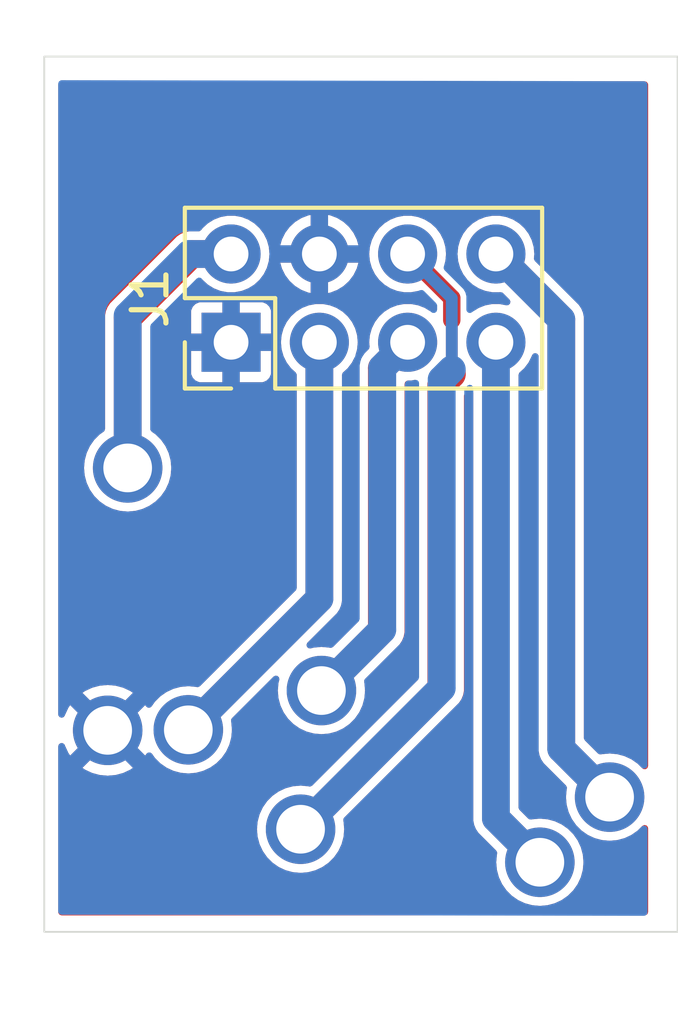
<source format=kicad_pcb>
(kicad_pcb (version 20240108) (generator "pcbnew") (generator_version "8.0")
  (layers (0 "F.Cu" signal) (31 "B.Cu" signal) (34 "B.Paste" user) (35 "F.Paste" user) (36 "B.SilkS" user "B.Silkscreen") (37 "F.SilkS" user "F.Silkscreen") (38 "B.Mask" user) (39 "F.Mask" user) (44 "Edge.Cuts" user))
  (net 0 "")
  (net 1 "Net-(J1-Pin_7)")
  (net 2 "Net-(J1-Pin_8)")
  (net 3 "Net-(J1-Pin_5)")
  (net 4 "Net-(J1-Pin_1)")
  (net 5 "Net-(J1-Pin_2)")
  (net 6 "Net-(J1-Pin_6)")
  (net 7 "Net-(J1-Pin_3)")
  (footprint "Connector_PinHeader_2.54mm:PinHeader_2x04_P2.54mm_Vertical" (layer "F.Cu") (at 160 110.51 90)
    (property "Reference" "J1" (at 1.27 -2.33 -90) (layer "F.SilkS"))
    (property "Value" "Conn_02x04_Odd_Even")
    (fp_line (start 3.87 -1.33) (end 3.87 8.95) (stroke (width 0.12)) (layer "F.SilkS"))
    (fp_line (start 1.27 -1.33) (end 3.87 -1.33) (stroke (width 0.12)) (layer "F.SilkS"))
    (fp_line (start -1.33 -1.33) (end 0 -1.33) (stroke (width 0.12)) (layer "F.SilkS"))
    (fp_line (start -1.33 0) (end -1.33 -1.33) (stroke (width 0.12)) (layer "F.SilkS"))
    (fp_line (start 1.27 1.27) (end 1.27 -1.33) (stroke (width 0.12)) (layer "F.SilkS"))
    (fp_line (start -1.33 1.27) (end 1.27 1.27) (stroke (width 0.12)) (layer "F.SilkS"))
    (fp_line (start -1.33 1.27) (end -1.33 8.95) (stroke (width 0.12)) (layer "F.SilkS"))
    (fp_line (start -1.33 8.95) (end 3.87 8.95) (stroke (width 0.12)) (layer "F.SilkS"))
    (pad "1" thru_hole rect (at 0 0 90) (size 1.7 1.7) (drill 1) (layers "*.Cu" "*.Mask") (net 4 "Net-(J1-Pin_1)"))
    (pad "2" thru_hole oval (at 2.54 0 90) (size 1.7 1.7) (drill 1) (layers "*.Cu" "*.Mask") (net 5 "Net-(J1-Pin_2)"))
    (pad "3" thru_hole oval (at 0 2.54 90) (size 1.7 1.7) (drill 1) (layers "*.Cu" "*.Mask") (net 7 "Net-(J1-Pin_3)"))
    (pad "4" thru_hole oval (at 2.54 2.54 90) (size 1.7 1.7) (drill 1) (layers "*.Cu" "*.Mask") (net 4 "Net-(J1-Pin_1)"))
    (pad "5" thru_hole oval (at 0 5.08 90) (size 1.7 1.7) (drill 1) (layers "*.Cu" "*.Mask") (net 3 "Net-(J1-Pin_5)"))
    (pad "6" thru_hole oval (at 2.54 5.08 90) (size 1.7 1.7) (drill 1) (layers "*.Cu" "*.Mask") (net 6 "Net-(J1-Pin_6)"))
    (pad "7" thru_hole oval (at 0 7.62 90) (size 1.7 1.7) (drill 1) (layers "*.Cu" "*.Mask") (net 1 "Net-(J1-Pin_7)"))
    (pad "8" thru_hole oval (at 2.54 7.62 90) (size 1.7 1.7) (drill 1) (layers "*.Cu" "*.Mask") (net 2 "Net-(J1-Pin_8)"))
  )
  (footprint "PogoProbe:PogoRecptacle_D1.4mm_OD2.0mm" (layer "F.Cu") (at 156.45 121.675 -90)
    (property "Reference" "J7" (hide yes))
    (property "Value" "Conn_01x01")
    (pad "1" thru_hole circle (at 0 0 270) (size 2 2) (drill 1.4) (layers "*.Cu" "*.Mask") (net 4 "Net-(J1-Pin_1)"))
  )
  (footprint "PogoProbe:PogoRecptacle_D1.4mm_OD2.0mm" (layer "F.Cu") (at 158.77 121.66 -90)
    (property "Reference" "J6" (hide yes))
    (property "Value" "Conn_01x01")
    (pad "1" thru_hole circle (at 0 0 270) (size 2 2) (drill 1.4) (layers "*.Cu" "*.Mask") (net 7 "Net-(J1-Pin_3)"))
  )
  (footprint "PogoProbe:PogoRecptacle_D1.4mm_OD2.0mm" (layer "F.Cu") (at 157.025 114.125 -90)
    (property "Reference" "J8" (hide yes))
    (property "Value" "Conn_01x01")
    (pad "1" thru_hole circle (at 0 0 270) (size 2 2) (drill 1.4) (layers "*.Cu" "*.Mask") (net 5 "Net-(J1-Pin_2)"))
  )
  (footprint "PogoProbe:PogoRecptacle_D1.4mm_OD2.0mm" (layer "F.Cu") (at 168.8846 125.47 -90)
    (property "Reference" "J3" (hide yes))
    (property "Value" "Conn_01x01")
    (pad "1" thru_hole circle (at 0 0 270) (size 2 2) (drill 1.4) (layers "*.Cu" "*.Mask") (net 1 "Net-(J1-Pin_7)"))
  )
  (footprint "PogoProbe:PogoRecptacle_D1.4mm_OD2.0mm" (layer "F.Cu") (at 170.8912 123.5964 -90)
    (property "Reference" "J2" (hide yes))
    (property "Value" "Conn_01x01")
    (pad "1" thru_hole circle (at 0 0 270) (size 2 2) (drill 1.4) (layers "*.Cu" "*.Mask") (net 2 "Net-(J1-Pin_8)"))
  )
  (footprint "PogoProbe:PogoRecptacle_D1.4mm_OD2.0mm" (layer "F.Cu") (at 162 124.52 -90)
    (property "Reference" "J5" (hide yes))
    (property "Value" "Conn_01x01")
    (pad "1" thru_hole circle (at 0 0 270) (size 2 2) (drill 1.4) (layers "*.Cu" "*.Mask") (net 6 "Net-(J1-Pin_6)"))
  )
  (footprint "PogoProbe:PogoRecptacle_D1.4mm_OD2.0mm" (layer "F.Cu") (at 162.6 120.53 -90)
    (property "Reference" "J4" (hide yes))
    (property "Value" "Conn_01x01")
    (pad "1" thru_hole circle (at 0 0 270) (size 2 2) (drill 1.4) (layers "*.Cu" "*.Mask") (net 3 "Net-(J1-Pin_5)"))
  )
  (gr_rect (start 154.6258 102.29) (end 172.847 127.471) (stroke (width 0.05)) (fill none) (layer "Edge.Cuts"))
  (segment (start 167.62 110.51) (end 167.62 124.2054) (width 0.8) (layer "F.Cu") (net 1))
  (segment (start 167.62 124.2054) (end 168.8846 125.47) (width 0.8) (layer "F.Cu") (net 1))
  (segment (start 167.62 110.51) (end 167.62 124.2054) (width 0.8) (layer "B.Cu") (net 1))
  (segment (start 167.62 124.2054) (end 168.8846 125.47) (width 0.8) (layer "B.Cu") (net 1))
  (segment (start 169.5 109.85) (end 169.5 122.2052) (width 0.8) (layer "F.Cu") (net 2))
  (segment (start 167.62 107.97) (end 169.5 109.85) (width 0.8) (layer "F.Cu") (net 2))
  (segment (start 169.5 122.2052) (end 170.8912 123.5964) (width 0.8) (layer "F.Cu") (net 2))
  (segment (start 169.5 109.85) (end 169.5 122.2052) (width 0.8) (layer "B.Cu") (net 2))
  (segment (start 167.62 107.97) (end 169.5 109.85) (width 0.8) (layer "B.Cu") (net 2))
  (segment (start 169.5 122.2052) (end 170.8912 123.5964) (width 0.8) (layer "B.Cu") (net 2))
  (segment (start 162.6 120.53) (end 164.34 118.79) (width 0.8) (layer "F.Cu") (net 3))
  (segment (start 164.34 118.79) (end 164.34 111.25) (width 0.8) (layer "F.Cu") (net 3))
  (segment (start 164.34 111.25) (end 165.04 110.55) (width 0.8) (layer "F.Cu") (net 3))
  (segment (start 165.08 110.52) (end 164.28 111.32) (width 0.2) (layer "B.Cu") (net 3))
  (segment (start 165.08 110.51) (end 165.08 110.52) (width 0.2) (layer "B.Cu") (net 3))
  (segment (start 162.6 120.53) (end 164.35 118.78) (width 0.8) (layer "B.Cu") (net 3))
  (segment (start 164.35 118.78) (end 164.35 111.24) (width 0.8) (layer "B.Cu") (net 3))
  (segment (start 164.35 111.24) (end 165.08 110.51) (width 0.8) (layer "B.Cu") (net 3))
  (segment (start 160 118.11) (end 160 110.51) (width 0.2) (layer "F.Cu") (net 4))
  (segment (start 156.6592 121.4508) (end 160 118.11) (width 0.2) (layer "F.Cu") (net 4))
  (segment (start 156.2258 121.4508) (end 156.6592 121.4508) (width 0.2) (layer "F.Cu") (net 4))
  (segment (start 156.45 121.675) (end 156.2258 121.4508) (width 0.2) (layer "F.Cu") (net 4))
  (segment (start 160 110.51) (end 160 118.125) (width 0.2) (layer "B.Cu") (net 4))
  (segment (start 160 118.125) (end 156.45 121.675) (width 0.2) (layer "B.Cu") (net 4))
  (segment (start 158.86 107.97) (end 160 107.97) (width 0.8) (layer "F.Cu") (net 5))
  (segment (start 157.025 109.805) (end 158.86 107.97) (width 0.8) (layer "F.Cu") (net 5))
  (segment (start 157.025 114.125) (end 157.025 109.805) (width 0.8) (layer "F.Cu") (net 5))
  (segment (start 158.797919 107.97) (end 157.025 109.742919) (width 0.8) (layer "B.Cu") (net 5))
  (segment (start 160 107.97) (end 158.797919 107.97) (width 0.8) (layer "B.Cu") (net 5))
  (segment (start 157.025 109.742919) (end 157.025 114.125) (width 0.8) (layer "B.Cu") (net 5))
  (segment (start 166.05 111.731321) (end 166.05 120.47) (width 0.8) (layer "F.Cu") (net 6))
  (segment (start 166.35 109.98) (end 166.35 111.361321) (width 0.34) (layer "F.Cu") (net 6))
  (segment (start 166.05 120.47) (end 162 124.52) (width 0.8) (layer "F.Cu") (net 6))
  (segment (start 166.35 109.24) (end 166.35 109.870811) (width 0.5) (layer "F.Cu") (net 6))
  (segment (start 165.08 107.97) (end 166.35 109.24) (width 0.5) (layer "F.Cu") (net 6))
  (segment (start 166.35 111.431321) (end 166.05 111.731321) (width 0.8) (layer "F.Cu") (net 6))
  (segment (start 166.35 111.431321) (end 166.35 111.361321) (width 0.8) (layer "F.Cu") (net 6))
  (segment (start 165.08 107.97) (end 166.35 109.24) (width 0.34) (layer "B.Cu") (net 6))
  (segment (start 166.06 120.46) (end 166.06 111.58061) (width 0.8) (layer "B.Cu") (net 6))
  (segment (start 162 124.52) (end 166.06 120.46) (width 0.8) (layer "B.Cu") (net 6))
  (segment (start 166.06 111.58061) (end 166.35 111.29061) (width 0.8) (layer "B.Cu") (net 6))
  (segment (start 166.35 109.24) (end 166.35 111.29061) (width 0.34) (layer "B.Cu") (net 6))
  (segment (start 162.54 117.89) (end 158.77 121.66) (width 0.8) (layer "F.Cu") (net 7))
  (segment (start 162.54 110.51) (end 162.54 117.89) (width 0.8) (layer "F.Cu") (net 7))
  (segment (start 162.54 110.51) (end 162.54 117.89) (width 0.8) (layer "B.Cu") (net 7))
  (segment (start 162.54 117.89) (end 158.77 121.66) (width 0.8) (layer "B.Cu") (net 7))
  (zone (net 4) (net_name "Net-(J1-Pin_1)") (layer "F.Cu") (connect_pads (clearance 0.25)) (min_thickness 0.2) (fill yes (thermal_gap 0.3) (thermal_bridge_width 0.5) (island_removal_mode 1) (island_area_min 10))
    (polygon (pts (xy 155 103) (xy 172 103) (xy 172 127) (xy 155 127)))
  )
  (zone (net 4) (net_name "Net-(J1-Pin_1)") (layer "B.Cu") (connect_pads (clearance 0.25)) (min_thickness 0.2) (fill yes (thermal_gap 0.3) (thermal_bridge_width 0.5))
    (polygon (pts (xy 154.95 102.97) (xy 171.98 103) (xy 171.98 127.01) (xy 155.02 126.98) (xy 154.91 102.97)))
  )
)
</source>
